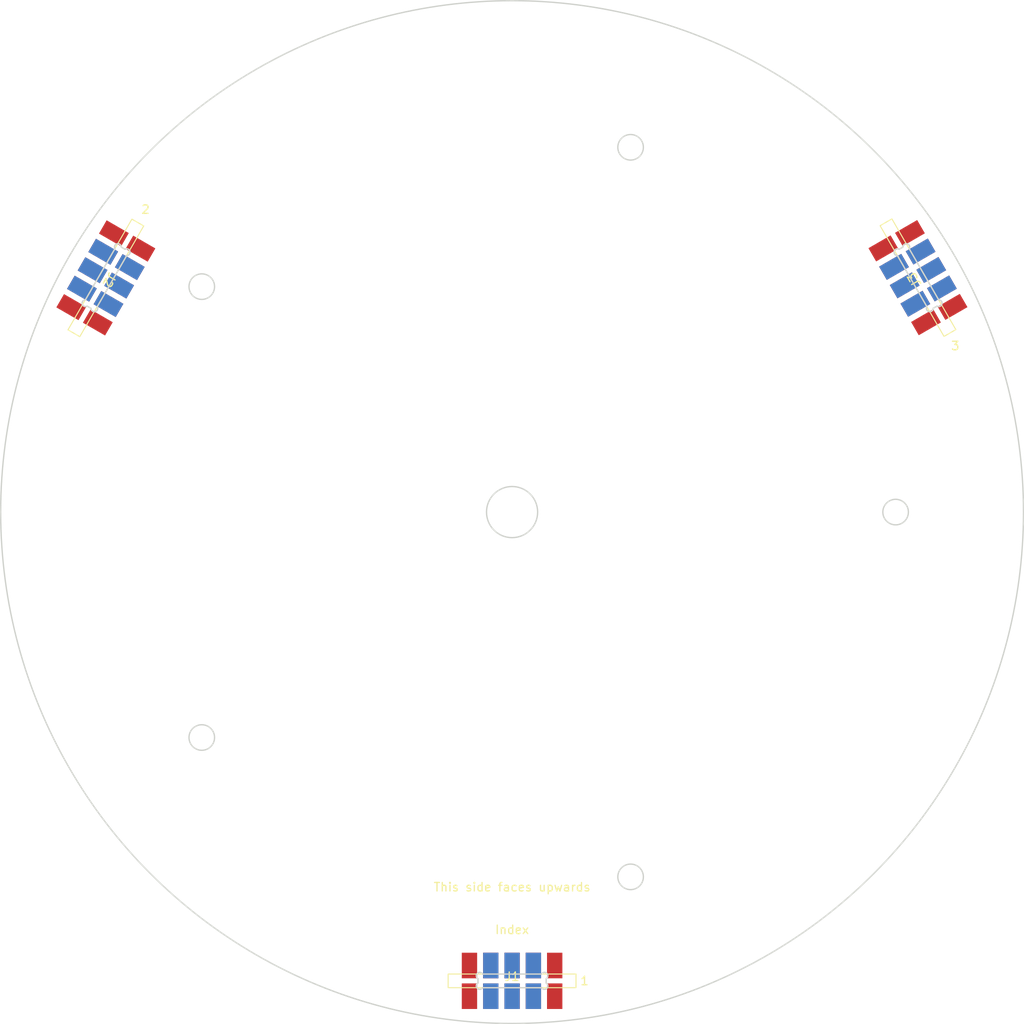
<source format=kicad_pcb>
(kicad_pcb (version 20201002) (generator pcbnew)

  (general
    (thickness 1.6)
  )

  (paper "A4")
  (layers
    (0 "F.Cu" signal)
    (31 "B.Cu" signal)
    (32 "B.Adhes" user "B.Adhesive")
    (33 "F.Adhes" user "F.Adhesive")
    (34 "B.Paste" user)
    (35 "F.Paste" user)
    (36 "B.SilkS" user "B.Silkscreen")
    (37 "F.SilkS" user "F.Silkscreen")
    (38 "B.Mask" user)
    (39 "F.Mask" user)
    (40 "Dwgs.User" user "User.Drawings")
    (41 "Cmts.User" user "User.Comments")
    (42 "Eco1.User" user "User.Eco1")
    (43 "Eco2.User" user "User.Eco2")
    (44 "Edge.Cuts" user)
    (45 "Margin" user)
    (46 "B.CrtYd" user "B.Courtyard")
    (47 "F.CrtYd" user "F.Courtyard")
    (48 "B.Fab" user)
    (49 "F.Fab" user)
  )

  (setup
    (grid_origin 150 100)
    (pcbplotparams
      (layerselection 0x00010fc_ffffffff)
      (usegerberextensions false)
      (usegerberattributes true)
      (usegerberadvancedattributes true)
      (creategerberjobfile true)
      (svguseinch false)
      (svgprecision 6)
      (excludeedgelayer true)
      (linewidth 0.100000)
      (plotframeref false)
      (viasonmask false)
      (mode 1)
      (useauxorigin false)
      (hpglpennumber 1)
      (hpglpenspeed 20)
      (hpglpendiameter 15.000000)
      (psnegative false)
      (psa4output false)
      (plotreference true)
      (plotvalue true)
      (plotinvisibletext false)
      (sketchpadsonfab false)
      (subtractmaskfromsilk false)
      (outputformat 1)
      (mirror false)
      (drillshape 1)
      (scaleselection 1)
      (outputdirectory "")
    )
  )


  (net 0 "")
  (net 1 "GND")
  (net 2 "+3V3")
  (net 3 "/mesh_bot_0r")
  (net 4 "/mesh_bot_1r")
  (net 5 "/mesh_bot_1s")
  (net 6 "/mesh_bot_0s")

  (module "common_footprints:8mm_base" (layer "F.Cu") (tedit 5F75A806) (tstamp 6c58a0f3-800e-4f6c-a1ac-f21b7efb9ca5)
    (at 102.338846 72.525064 -120)
    (property "Sheet file" "/home/user/research/rotohsm/prototype/mech_pcbs/rotor_base_outer_pcb/rotor_base_outer_pcb.kicad_sch")
    (property "Sheet name" "")
    (path "/90ce8e7b-4294-4a14-86c3-986f4a1874cf")
    (attr through_hole)
    (fp_text reference "J2" (at 0 -0.5 -120 unlocked) (layer "F.SilkS")
      (effects (font (size 1 1) (thickness 0.15)))
      (tstamp 7c43e2f6-e384-4229-bae8-33aa1a91ea65)
    )
    (fp_text value "8mm_junction" (at 0 1 -120 unlocked) (layer "F.Fab")
      (effects (font (size 1 1) (thickness 0.15)))
      (tstamp e57389ab-a6cf-4936-879a-654a98dc04aa)
    )
    (fp_rect (start 7.5 -0.8) (end -7.5 0.8) (layer "F.SilkS") (width 0.12) (tstamp 3959c011-4997-4e80-939b-d4ca674a947f))
    (fp_rect (start -4 0.8) (end 4 -0.8) (layer "Dwgs.User") (width 0.1) (tstamp c4b8d671-aeb1-4ef0-8940-6abfbae0ba4a))
    (pad "1" smd rect (at -5 1.8 240) (size 1.8 3) (layers "F.Cu" "F.Mask")
      (net 1 "GND") (tstamp 811e3ee4-e415-4b8a-b0cb-743c83da9ad4))
    (pad "2" smd rect (at -2.5 1.8 240) (size 1.8 3) (layers "F.Cu" "F.Mask")
      (net 1 "GND") (tstamp 2387ba1d-6d7e-4400-9c66-6928052d9607))
    (pad "3" smd rect (at 0 1.8 240) (size 1.8 3) (layers "F.Cu" "F.Mask")
      (net 2 "+3V3") (tstamp 3956eb73-cd6f-4091-ae77-c52a877962ac))
    (pad "4" smd rect (at 2.5 1.8 240) (size 1.8 3) (layers "F.Cu" "F.Mask")
      (net 1 "GND") (tstamp e14908cc-fe82-4e62-86f4-9e5d3d365740))
    (pad "5" smd rect (at 5 1.8 240) (size 1.8 3) (layers "F.Cu" "F.Mask")
      (net 1 "GND") (tstamp 4b90ec6b-61d6-409f-b6a3-1b659c167bc7))
    (pad "6" smd rect (at 5 -1.8 240) (size 1.8 3) (layers "F.Cu" "F.Mask")
      (net 1 "GND") (tstamp e116f984-feba-4874-aa1d-7bc1f5e6efff))
    (pad "7" smd rect (at 2.5 -1.8 240) (size 1.8 3) (layers "F.Cu" "F.Mask")
      (net 1 "GND") (tstamp 49ec4d47-bd91-423f-bf2e-7c34460c8b8c))
    (pad "8" smd rect (at 0 -1.8 240) (size 1.8 3) (layers "F.Cu" "F.Mask")
      (net 2 "+3V3") (tstamp a92eb6dd-d348-4a69-b6b4-4498094f1bcb))
    (pad "9" smd rect (at -2.5 -1.8 240) (size 1.8 3) (layers "F.Cu" "F.Mask")
      (net 1 "GND") (tstamp 0e12a9e1-c991-4af4-bf8a-13764d4e7e94))
    (pad "10" smd rect (at -5 -1.8 240) (size 1.8 3) (layers "F.Cu" "F.Mask")
      (net 1 "GND") (tstamp f56243ac-0770-4dae-a43f-1426aeed22f1))
    (pad "11" smd rect (at -2.5 1.8 240) (size 1.8 3) (layers "B.Cu" "B.Mask")
      (net 1 "GND") (solder_mask_margin 0.1) (tstamp d1a3fa65-6038-419d-afde-027055c35b43))
    (pad "12" smd rect (at 0 1.8 240) (size 1.8 3) (layers "B.Cu" "B.Mask")
      (net 1 "GND") (solder_mask_margin 0.1) (tstamp 8b8581fa-fbc0-49e4-af3b-7e4d7ab14652))
    (pad "13" smd rect (at 2.5 1.8 240) (size 1.8 3) (layers "B.Cu" "B.Mask")
      (net 1 "GND") (solder_mask_margin 0.1) (tstamp 67585816-3cba-44d6-853c-6e24e2859e7f))
    (pad "14" smd rect (at 2.5 -1.8 240) (size 1.8 3) (layers "B.Cu" "B.Mask")
      (net 1 "GND") (solder_mask_margin 0.1) (tstamp 4c8be980-dc28-47e7-8af5-83202d040349))
    (pad "15" smd rect (at 0 -1.8 240) (size 1.8 3) (layers "B.Cu" "B.Mask")
      (net 1 "GND") (solder_mask_margin 0.1) (tstamp fca793e8-9c1f-460b-8863-31bab04ee4e4))
    (pad "16" smd rect (at -2.5 -1.8 240) (size 1.8 3) (layers "B.Cu" "B.Mask")
      (net 1 "GND") (solder_mask_margin 0.1) (tstamp 2619f8e9-ee32-4643-8bdd-704e0e787bde))
  )

  (module "common_footprints:8mm_base" (layer "F.Cu") (tedit 5F75A806) (tstamp 79bee6c2-af14-4dc6-8fe9-3d6485e13a7e)
    (at 197.621154 72.494936 120)
    (property "Sheet file" "/home/user/research/rotohsm/prototype/mech_pcbs/rotor_base_outer_pcb/rotor_base_outer_pcb.kicad_sch")
    (property "Sheet name" "")
    (path "/cc85c82c-a09d-441b-9461-2972f916e976")
    (attr through_hole)
    (fp_text reference "J3" (at 0 -0.5 120 unlocked) (layer "F.SilkS")
      (effects (font (size 1 1) (thickness 0.15)))
      (tstamp 67aa7563-a08d-4173-abe8-752caa4d8028)
    )
    (fp_text value "8mm_junction" (at 0 1 120 unlocked) (layer "F.Fab")
      (effects (font (size 1 1) (thickness 0.15)))
      (tstamp 540423ec-a331-4ae5-810a-4cd0bd17b6b2)
    )
    (fp_rect (start 7.5 -0.8) (end -7.5 0.8) (layer "F.SilkS") (width 0.12) (tstamp fe2ba4ae-74c9-4d67-b372-045fc1552fc5))
    (fp_rect (start -4 0.8) (end 4 -0.8) (layer "Dwgs.User") (width 0.1) (tstamp f0124d86-5a9b-4306-970c-9480092494fb))
    (pad "1" smd rect (at -5 1.8 120) (size 1.8 3) (layers "F.Cu" "F.Mask")
      (net 1 "GND") (tstamp 5760b77a-e0fd-4797-8fb5-d4ad8096a269))
    (pad "2" smd rect (at -2.5 1.8 120) (size 1.8 3) (layers "F.Cu" "F.Mask")
      (net 1 "GND") (tstamp 69f7a816-697e-49eb-bbc1-2d350377f67d))
    (pad "3" smd rect (at 0 1.8 120) (size 1.8 3) (layers "F.Cu" "F.Mask")
      (net 2 "+3V3") (tstamp 0b114ec8-7204-411d-b5be-d486841db43b))
    (pad "4" smd rect (at 2.5 1.8 120) (size 1.8 3) (layers "F.Cu" "F.Mask")
      (net 1 "GND") (tstamp 8dbd32ef-2666-46d7-b289-2ec37f4d3310))
    (pad "5" smd rect (at 5 1.8 120) (size 1.8 3) (layers "F.Cu" "F.Mask")
      (net 1 "GND") (tstamp 898b6de5-e100-43cb-914d-5ae15d63389d))
    (pad "6" smd rect (at 5 -1.8 120) (size 1.8 3) (layers "F.Cu" "F.Mask")
      (net 1 "GND") (tstamp e09711ad-af2f-4d1b-8c18-cd2dd9b1ecbe))
    (pad "7" smd rect (at 2.5 -1.8 120) (size 1.8 3) (layers "F.Cu" "F.Mask")
      (net 1 "GND") (tstamp 8eab3a46-229a-4ca7-b6a0-14bfdf0a9cd4))
    (pad "8" smd rect (at 0 -1.8 120) (size 1.8 3) (layers "F.Cu" "F.Mask")
      (net 2 "+3V3") (tstamp f7932a63-5c93-46e8-9add-4454380463a0))
    (pad "9" smd rect (at -2.5 -1.8 120) (size 1.8 3) (layers "F.Cu" "F.Mask")
      (net 1 "GND") (tstamp cefedc61-dbb3-4275-9ada-7dc839a9cdb6))
    (pad "10" smd rect (at -5 -1.8 120) (size 1.8 3) (layers "F.Cu" "F.Mask")
      (net 1 "GND") (tstamp a563da12-cf29-42c7-99e8-4b2e3acc76ae))
    (pad "11" smd rect (at -2.5 1.8 120) (size 1.8 3) (layers "B.Cu" "B.Mask")
      (net 1 "GND") (solder_mask_margin 0.1) (tstamp ff892f00-1abb-4cae-8bee-b372f5ac4e2c))
    (pad "12" smd rect (at 0 1.8 120) (size 1.8 3) (layers "B.Cu" "B.Mask")
      (net 1 "GND") (solder_mask_margin 0.1) (tstamp 8bc863cd-4338-4a08-a2fd-f324c43b8491))
    (pad "13" smd rect (at 2.5 1.8 120) (size 1.8 3) (layers "B.Cu" "B.Mask")
      (net 1 "GND") (solder_mask_margin 0.1) (tstamp 36b20ff6-7435-4c21-93e8-1b4aa16a7459))
    (pad "14" smd rect (at 2.5 -1.8 120) (size 1.8 3) (layers "B.Cu" "B.Mask")
      (net 1 "GND") (solder_mask_margin 0.1) (tstamp b2af4654-f23a-4a3c-b9f7-5d1b0bed13d7))
    (pad "15" smd rect (at 0 -1.8 120) (size 1.8 3) (layers "B.Cu" "B.Mask")
      (net 1 "GND") (solder_mask_margin 0.1) (tstamp 2c9f7673-d4dd-4558-bb65-2949d8e5f327))
    (pad "16" smd rect (at -2.5 -1.8 120) (size 1.8 3) (layers "B.Cu" "B.Mask")
      (net 1 "GND") (solder_mask_margin 0.1) (tstamp f9999b5c-5ba4-4f48-8c82-d845ea28364a))
  )

  (module "common_footprints:8mm_base" (layer "F.Cu") (tedit 5F75A806) (tstamp c2ba18fe-9030-485a-9b3c-eec7e1148c03)
    (at 150 155)
    (property "Sheet file" "/home/user/research/rotohsm/prototype/mech_pcbs/rotor_base_outer_pcb/rotor_base_outer_pcb.kicad_sch")
    (property "Sheet name" "")
    (path "/4bbe63be-1229-420f-b1bb-4e69573013e8")
    (attr through_hole)
    (fp_text reference "J1" (at 0 -0.5 unlocked) (layer "F.SilkS")
      (effects (font (size 1 1) (thickness 0.15)))
      (tstamp b48b2bfd-a1b1-4333-a131-9e941de3ee3a)
    )
    (fp_text value "8mm_junction" (at 0 1 unlocked) (layer "F.Fab")
      (effects (font (size 1 1) (thickness 0.15)))
      (tstamp 6f1ceed2-097c-484c-bc61-527809cc9c75)
    )
    (fp_rect (start 7.5 -0.8) (end -7.5 0.8) (layer "F.SilkS") (width 0.12) (tstamp 9029a2dd-95d7-4f29-8c02-7093cec0d268))
    (fp_rect (start -4 0.8) (end 4 -0.8) (layer "Dwgs.User") (width 0.1) (tstamp 3974f20e-8b98-4eb2-8c88-46edbcf6e688))
    (pad "1" smd rect (at -5 1.8) (size 1.8 3) (layers "F.Cu" "F.Mask")
      (net 1 "GND") (tstamp 2fec7686-9208-462c-b2e7-09d9e7f83b3f))
    (pad "2" smd rect (at -2.5 1.8) (size 1.8 3) (layers "F.Cu" "F.Mask")
      (net 1 "GND") (tstamp 9ae73742-cc73-46c9-8da4-dec4bf200ca1))
    (pad "3" smd rect (at 0 1.8) (size 1.8 3) (layers "F.Cu" "F.Mask")
      (net 2 "+3V3") (tstamp 8ee21e78-4e38-4f2c-a236-ea0bae0c1228))
    (pad "4" smd rect (at 2.5 1.8) (size 1.8 3) (layers "F.Cu" "F.Mask")
      (net 1 "GND") (tstamp 77119b26-39cb-4d07-a1d6-a925b50ca9cd))
    (pad "5" smd rect (at 5 1.8) (size 1.8 3) (layers "F.Cu" "F.Mask")
      (net 1 "GND") (tstamp 7b03a213-a2bb-4d4b-96bc-91fccdab292a))
    (pad "6" smd rect (at 5 -1.8) (size 1.8 3) (layers "F.Cu" "F.Mask")
      (net 3 "/mesh_bot_0r") (tstamp 7e6640c4-db44-46f9-b70e-90c9a33873e3))
    (pad "7" smd rect (at 2.5 -1.8) (size 1.8 3) (layers "F.Cu" "F.Mask")
      (net 4 "/mesh_bot_1r") (tstamp 4f4d1d83-ebfc-4b11-b99c-bca2060ebf85))
    (pad "8" smd rect (at 0 -1.8) (size 1.8 3) (layers "F.Cu" "F.Mask")
      (net 2 "+3V3") (tstamp b7ae5aa2-9e17-4999-95f7-2fe04f52017a))
    (pad "9" smd rect (at -2.5 -1.8) (size 1.8 3) (layers "F.Cu" "F.Mask")
      (net 5 "/mesh_bot_1s") (tstamp 2776d8db-51d3-453b-9294-e1b5c188d07d))
    (pad "10" smd rect (at -5 -1.8) (size 1.8 3) (layers "F.Cu" "F.Mask")
      (net 6 "/mesh_bot_0s") (tstamp 7d04073e-1344-4a38-8b62-e0bc96acb451))
    (pad "11" smd rect (at -2.5 1.8) (size 1.8 3) (layers "B.Cu" "B.Mask")
      (net 1 "GND") (solder_mask_margin 0.1) (tstamp 7763ec77-e227-469f-91bd-0e2d422809f1))
    (pad "12" smd rect (at 0 1.8) (size 1.8 3) (layers "B.Cu" "B.Mask")
      (net 1 "GND") (solder_mask_margin 0.1) (tstamp 49d4c3ce-8952-4145-b5e5-61010f081bd5))
    (pad "13" smd rect (at 2.5 1.8) (size 1.8 3) (layers "B.Cu" "B.Mask")
      (net 1 "GND") (solder_mask_margin 0.1) (tstamp cd5df73c-85d9-4fa2-a8b3-707a7347948d))
    (pad "14" smd rect (at 2.5 -1.8) (size 1.8 3) (layers "B.Cu" "B.Mask")
      (net 1 "GND") (solder_mask_margin 0.1) (tstamp 11d2a11d-2777-4251-bf99-87694a1a5c3b))
    (pad "15" smd rect (at 0 -1.8) (size 1.8 3) (layers "B.Cu" "B.Mask")
      (net 1 "GND") (solder_mask_margin 0.1) (tstamp a0813388-0b6e-4ab3-816c-38a2d84120d8))
    (pad "16" smd rect (at -2.5 -1.8) (size 1.8 3) (layers "B.Cu" "B.Mask")
      (net 1 "GND") (solder_mask_margin 0.1) (tstamp 7ca162a6-26ce-4597-881b-92fa5d28d6a1))
  )

  (gr_poly (pts
 (xy 201 60.25)
    (xy 188 67.5)
    (xy 196.75 82.5)
    (xy 210 75)
    (xy 210 160)
    (xy 90 160)
    (xy 90 80)
    (xy 91 76)
    (xy 102.75 83)
    (xy 111.5 67.25)
    (xy 101.25 61.25)
    (xy 115 40)
    (xy 175 40)) (layer "Eco1.User") (width 0.1) (tstamp 1f56d720-4bf8-4774-8b31-84e2dd86a337))
  (gr_line (start 196.597 69.109) (end 200.051 75.091) (angle 90) (layer "Edge.Cuts") (width 0.16) (tstamp 009f4c3a-81e8-4467-be10-aaee602ede3a))
  (gr_arc (start 103.749 68.909) (end 104.149 68.909) (angle -210) (layer "Edge.Cuts") (width 0.16) (tstamp 08c19962-4300-4359-bc5d-24e5e042b612))
  (gr_arc (start 153.8 155.6) (end 153.454 155.8) (angle -210) (layer "Edge.Cuts") (width 0.16) (tstamp 0ce0df81-e39a-4886-a77c-74a43cc2e311))
  (gr_circle (center 195 100) (end 193.5 100) (layer "Edge.Cuts") (width 0.16) (tstamp 0dd87628-9cb1-4459-ad90-d666dec7d38c))
  (gr_arc (start 104.788 69.509) (end 104.788 69.909) (angle -210) (layer "Edge.Cuts") (width 0.16) (tstamp 0fad9e53-908d-4631-9a60-161e4798ee40))
  (gr_line (start 100.588 76.091) (end 100.149 75.837) (angle 90) (layer "Edge.Cuts") (width 0.16) (tstamp 11e064cc-b05e-4b79-8000-0b5acec7cad7))
  (gr_circle (center 150 100) (end 90 100) (layer "Edge.Cuts") (width 0.16) (tstamp 27da73af-7237-4b0f-8fc1-da34b07631b0))
  (gr_line (start 146 154.746) (end 146 155.254) (angle 90) (layer "Edge.Cuts") (width 0.16) (tstamp 28565b0c-9714-48fe-aa50-7a214c0a3079))
  (gr_circle (center 163.906 57.202) (end 162.406 57.202) (layer "Edge.Cuts") (width 0.16) (tstamp 5727152b-4cf1-4e80-aa76-7c462b862b26))
  (gr_line (start 195.412 69.163) (end 195.851 68.909) (angle 90) (layer "Edge.Cuts") (width 0.16) (tstamp 57ca0ad0-dccb-4769-80cb-de27d5a9408c))
  (gr_line (start 153.454 154.2) (end 146.546 154.2) (angle 90) (layer "Edge.Cuts") (width 0.16) (tstamp 5a486702-6b80-47b3-91cf-414aa5956730))
  (gr_arc (start 100.988 76.091) (end 100.588 76.091) (angle -210) (layer "Edge.Cuts") (width 0.16) (tstamp 68388e4e-ba6b-4e9c-b7b5-863db7923b5a))
  (gr_circle (center 163.906 142.798) (end 162.406 142.798) (layer "Edge.Cuts") (width 0.16) (tstamp 69d40e18-9782-44e2-b502-5e05f38faff1))
  (gr_circle (center 113.594 126.45) (end 112.094 126.45) (layer "Edge.Cuts") (width 0.16) (tstamp 747f716b-8180-4bc5-9537-1c939f6ee89f))
  (gr_arc (start 199.012 76.091) (end 198.665 75.891) (angle -210) (layer "Edge.Cuts") (width 0.16) (tstamp 75131155-2c56-48f9-b650-4320ead14780))
  (gr_line (start 195.212 69.909) (end 198.665 75.891) (angle 90) (layer "Edge.Cuts") (width 0.16) (tstamp 7ccc2921-4952-4dc2-96a6-d1325ad6a170))
  (gr_arc (start 99.949 75.491) (end 99.949 75.091) (angle -210) (layer "Edge.Cuts") (width 0.16) (tstamp 7ec11527-7262-4bb4-8b2e-8207d69bddca))
  (gr_line (start 154 154.746) (end 154 155.254) (angle 90) (layer "Edge.Cuts") (width 0.16) (tstamp 8ad726f6-eeb9-4878-a786-0aabbe3d1d3d))
  (gr_circle (center 150 100) (end 147 100) (layer "Edge.Cuts") (width 0.16) (tstamp 8e83ae77-b05b-4c15-89e2-6d6d2b038e76))
  (gr_arc (start 196.251 68.909) (end 196.597 69.109) (angle -210) (layer "Edge.Cuts") (width 0.16) (tstamp 942bc783-d2e8-46ba-8eee-7514de43ce13))
  (gr_line (start 199.412 76.091) (end 199.851 75.837) (angle 90) (layer "Edge.Cuts") (width 0.16) (tstamp b401dc48-9dde-40a7-aa6d-d1e90ab9aca3))
  (gr_arc (start 153.8 154.4) (end 154 154.746) (angle -210) (layer "Edge.Cuts") (width 0.16) (tstamp bfe76ac1-5e71-48e7-8b34-49efd0a00a5a))
  (gr_circle (center 113.594 73.55) (end 112.094 73.55) (layer "Edge.Cuts") (width 0.16) (tstamp c171294a-f638-4303-891d-ff2f9e204bad))
  (gr_line (start 101.335 75.891) (end 104.788 69.909) (angle 90) (layer "Edge.Cuts") (width 0.16) (tstamp ca1f42b1-aa0b-4079-bbeb-5aead24fabd9))
  (gr_arc (start 195.212 69.509) (end 195.412 69.163) (angle -210) (layer "Edge.Cuts") (width 0.16) (tstamp cd9659b8-e581-4cf8-8548-0232b9076e62))
  (gr_arc (start 200.051 75.491) (end 199.851 75.837) (angle -210) (layer "Edge.Cuts") (width 0.16) (tstamp cde42b1c-9f01-40a4-84f3-fbacf5ccad30))
  (gr_line (start 99.949 75.091) (end 103.403 69.109) (angle 90) (layer "Edge.Cuts") (width 0.16) (tstamp d46cdc3d-5f4e-4c17-8a54-b49a00a3ee6b))
  (gr_arc (start 146.2 154.4) (end 146.546 154.2) (angle -210) (layer "Edge.Cuts") (width 0.16) (tstamp dbadaec7-ba1b-4770-a9c8-d94cf8a20edf))
  (gr_line (start 153.454 155.8) (end 146.546 155.8) (angle 90) (layer "Edge.Cuts") (width 0.16) (tstamp e8e55a62-97f5-4fd8-afa3-40b7a91dce06))
  (gr_arc (start 146.2 155.6) (end 146 155.254) (angle -210) (layer "Edge.Cuts") (width 0.16) (tstamp eaadbf76-b18f-49d4-bbbd-98ee2f2307e7))
  (gr_line (start 104.588 69.163) (end 104.149 68.909) (angle 90) (layer "Edge.Cuts") (width 0.16) (tstamp fc01dc19-4112-4ae6-9ce4-0cefbde742ac))
  (gr_text "3" (at 202 80.5) (layer "F.SilkS") (tstamp 1529e66e-5a32-4bb9-8fdc-87962dbe1e5b)
    (effects (font (size 1 1) (thickness 0.15)))
  )
  (gr_text "This side faces upwards" (at 150 144) (layer "F.SilkS") (tstamp 4bc70fd9-a2f5-44f1-9cb2-24eed971780b)
    (effects (font (size 1 1) (thickness 0.15)))
  )
  (gr_text "Index" (at 150 149) (layer "F.SilkS") (tstamp b782d5b0-5eba-425e-af6b-51c0fe61adf0)
    (effects (font (size 1 1) (thickness 0.15)))
  )
  (gr_text "1" (at 158.5 155) (layer "F.SilkS") (tstamp e616e787-aad5-466a-80bd-017bfe6fd9c8)
    (effects (font (size 1 1) (thickness 0.15)))
  )
  (gr_text "2" (at 107 64.5) (layer "F.SilkS") (tstamp e9d757cc-e743-48c2-98e6-1741f0678294)
    (effects (font (size 1 1) (thickness 0.15)))
  )

  (zone (net 1) (net_name "GND") (layers F&B.Cu) (tstamp a82d6f70-b24d-4d22-b7e9-e4283cdfa592) (hatch edge 0.508)
    (connect_pads (clearance 0.508))
    (min_thickness 0.254)
    (fill (thermal_gap 0.508) (thermal_bridge_width 0.508))
    (polygon
      (pts
        (xy 210 160)
        (xy 90 160)
        (xy 90 40)
        (xy 210 40)
      )
    )
  )
)

</source>
